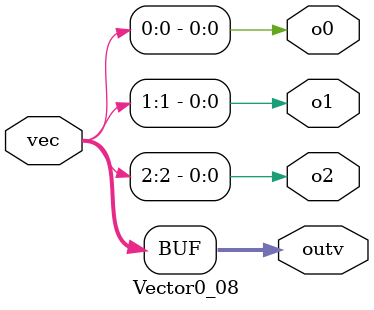
<source format=v>
`timescale 1ns/1ps 

module Vector0_08 ( 
    input wire [2:0] vec,
    output wire [2:0] outv,
    output wire o2,
    output wire o1,
    output wire o0  ); // Module body starts after module declaration
    assign outv = vec ;
    assign o2 = vec[2] ;
    assign o1 = vec[1] ;
    assign o0 = vec[0] ;
endmodule
</source>
